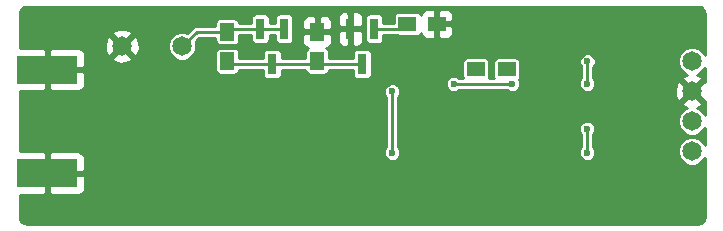
<source format=gbl>
G04 #@! TF.FileFunction,Copper,L2,Bot,Signal*
%FSLAX46Y46*%
G04 Gerber Fmt 4.6, Leading zero omitted, Abs format (unit mm)*
G04 Created by KiCad (PCBNEW 0.201511192131+6326~38~ubuntu14.04.1-stable) date Sun 22 Nov 2015 09:07:30 PM CST*
%MOMM*%
G01*
G04 APERTURE LIST*
%ADD10C,0.127000*%
%ADD11R,0.800100X1.800860*%
%ADD12R,1.250000X1.500000*%
%ADD13R,1.500000X1.250000*%
%ADD14C,0.711200*%
%ADD15R,0.889000X0.457200*%
%ADD16R,5.080000X2.413000*%
%ADD17C,1.651000*%
%ADD18R,1.501140X1.198880*%
%ADD19C,0.600000*%
%ADD20C,0.250000*%
%ADD21C,0.254000*%
G04 APERTURE END LIST*
D10*
D11*
X108220000Y-98828860D03*
X110220000Y-98828860D03*
X109220000Y-101831140D03*
D12*
X105410000Y-99080000D03*
X105410000Y-101580000D03*
X113030000Y-101580000D03*
X113030000Y-99080000D03*
D13*
X120670000Y-98425000D03*
X123170000Y-98425000D03*
D14*
X93599000Y-111061500D03*
D15*
X93154500Y-111061500D03*
D16*
X90170000Y-111061500D03*
X90170000Y-102298500D03*
D15*
X93154500Y-102298500D03*
D14*
X93599000Y-102298500D03*
D17*
X144780000Y-101600000D03*
X144780000Y-104140000D03*
X144780000Y-106680000D03*
X144780000Y-109220000D03*
D11*
X115840000Y-98828860D03*
X117840000Y-98828860D03*
X116840000Y-101831140D03*
D17*
X96520000Y-100330000D03*
X101600000Y-100330000D03*
D18*
X126461520Y-102235000D03*
X129062480Y-102235000D03*
D19*
X131953000Y-100330000D03*
X138430000Y-98552000D03*
X131953000Y-103378000D03*
X118745000Y-100965000D03*
X115824000Y-97409000D03*
X112395000Y-108585000D03*
X113665000Y-108585000D03*
X114935000Y-108585000D03*
X116205000Y-108585000D03*
X117475000Y-108585000D03*
X118745000Y-108585000D03*
X120015000Y-108585000D03*
X121285000Y-108585000D03*
X122555000Y-107950000D03*
X123190000Y-102235000D03*
X122555000Y-105410000D03*
X114935000Y-104775000D03*
X114935000Y-102743000D03*
X114935000Y-100838000D03*
X111252000Y-100838000D03*
X111252000Y-102743000D03*
X113030000Y-97409000D03*
X97155000Y-104775000D03*
X98425000Y-104775000D03*
X99695000Y-104775000D03*
X100965000Y-104775000D03*
X102235000Y-104775000D03*
X103505000Y-104775000D03*
X104775000Y-104775000D03*
X106045000Y-104775000D03*
X107315000Y-104775000D03*
X108585000Y-104775000D03*
X109855000Y-104775000D03*
X111125000Y-104775000D03*
X112395000Y-104775000D03*
X113665000Y-104775000D03*
X116205000Y-104775000D03*
X117475000Y-104775000D03*
X118745000Y-104775000D03*
X137795000Y-103505000D03*
X137795000Y-104902000D03*
X95250000Y-111125000D03*
X102870000Y-111125000D03*
X110490000Y-111125000D03*
X135890000Y-114935000D03*
X142875000Y-100330000D03*
X90170000Y-114300000D03*
X90170000Y-99060000D03*
X133985000Y-113030000D03*
X108585000Y-108585000D03*
X107315000Y-108585000D03*
X106045000Y-108585000D03*
X104775000Y-108585000D03*
X100965000Y-108585000D03*
X99695000Y-108585000D03*
X98425000Y-108585000D03*
X97155000Y-108585000D03*
X118110000Y-114935000D03*
X120650000Y-114935000D03*
X128270000Y-114935000D03*
X123190000Y-114935000D03*
X127762000Y-105283000D03*
X127762000Y-106807000D03*
X127000000Y-106045000D03*
X126238000Y-105283000D03*
X126238000Y-106807000D03*
X119380000Y-104140000D03*
X119380000Y-109347000D03*
X117840000Y-98828860D03*
X135890000Y-109347000D03*
X135890000Y-107315000D03*
X135910000Y-101600000D03*
X135890000Y-103505000D03*
X124587000Y-103505000D03*
X129540000Y-103505000D03*
X125984000Y-102489000D03*
X129413000Y-102489000D03*
D20*
X131953000Y-103378000D02*
X131953000Y-100330000D01*
X133731000Y-98552000D02*
X131953000Y-100330000D01*
X138430000Y-98552000D02*
X133731000Y-98552000D01*
X123170000Y-98425000D02*
X123170000Y-100310000D01*
X122515000Y-100965000D02*
X118745000Y-100965000D01*
X123170000Y-100310000D02*
X122515000Y-100965000D01*
X115840000Y-98828860D02*
X115840000Y-97425000D01*
X115840000Y-97425000D02*
X115824000Y-97409000D01*
X122555000Y-107950000D02*
X122555000Y-105410000D01*
X112395000Y-108585000D02*
X113665000Y-108585000D01*
X120015000Y-108585000D02*
X121285000Y-108585000D01*
X114935000Y-102743000D02*
X114935000Y-104775000D01*
X111125000Y-104775000D02*
X111252000Y-102743000D01*
X113030000Y-99080000D02*
X113030000Y-97409000D01*
X94678500Y-102298500D02*
X97155000Y-104775000D01*
X98425000Y-104775000D02*
X99695000Y-104775000D01*
X100965000Y-104775000D02*
X102235000Y-104775000D01*
X103505000Y-104775000D02*
X104775000Y-104775000D01*
X106045000Y-104775000D02*
X107315000Y-104775000D01*
X108585000Y-104775000D02*
X109855000Y-104775000D01*
X111125000Y-104775000D02*
X112395000Y-104775000D01*
X116205000Y-104775000D02*
X117475000Y-104775000D01*
X94678500Y-102298500D02*
X92710000Y-102298500D01*
X137795000Y-104902000D02*
X137795000Y-103505000D01*
X107315000Y-108585000D02*
X108585000Y-108585000D01*
X104775000Y-108585000D02*
X106045000Y-108585000D01*
X99695000Y-108585000D02*
X100965000Y-108585000D01*
X97155000Y-108585000D02*
X98425000Y-108585000D01*
X127000000Y-106045000D02*
X127762000Y-105283000D01*
X127000000Y-106045000D02*
X127762000Y-106807000D01*
X127000000Y-106045000D02*
X126238000Y-105283000D01*
X127000000Y-106045000D02*
X126238000Y-106807000D01*
X110220000Y-98828860D02*
X108220000Y-98828860D01*
X108220000Y-98828860D02*
X105661140Y-98828860D01*
X105661140Y-98828860D02*
X105410000Y-99080000D01*
X105410000Y-99080000D02*
X102850000Y-99080000D01*
X102850000Y-99080000D02*
X101600000Y-100330000D01*
X116840000Y-101831140D02*
X113281140Y-101831140D01*
X113281140Y-101831140D02*
X113030000Y-101580000D01*
X109220000Y-101831140D02*
X112778860Y-101831140D01*
X112778860Y-101831140D02*
X113030000Y-101580000D01*
X109220000Y-101831140D02*
X105661140Y-101831140D01*
X105661140Y-101831140D02*
X105410000Y-101580000D01*
X105661140Y-101831140D02*
X105410000Y-101580000D01*
X119380000Y-109347000D02*
X119380000Y-104140000D01*
X120398860Y-98828860D02*
X117840000Y-98828860D01*
X135890000Y-109347000D02*
X135890000Y-107315000D01*
X135890000Y-103505000D02*
X135890000Y-101620000D01*
X135890000Y-101620000D02*
X135910000Y-101600000D01*
X124587000Y-103505000D02*
X127000000Y-103505000D01*
X127000000Y-103505000D02*
X129540000Y-103505000D01*
D21*
G36*
X145498882Y-97026880D02*
X145677662Y-97146338D01*
X145797120Y-97325118D01*
X145848000Y-97580911D01*
X145848000Y-101025362D01*
X145803418Y-100917465D01*
X145464320Y-100577775D01*
X145021041Y-100393710D01*
X144541065Y-100393291D01*
X144097465Y-100576582D01*
X143757775Y-100915680D01*
X143573710Y-101358959D01*
X143573291Y-101838935D01*
X143756582Y-102282535D01*
X144095680Y-102622225D01*
X144345944Y-102726143D01*
X144010656Y-102865024D01*
X143933390Y-103113785D01*
X144780000Y-103960395D01*
X145626610Y-103113785D01*
X145549344Y-102865024D01*
X145191011Y-102735609D01*
X145462535Y-102623418D01*
X145802225Y-102284320D01*
X145848000Y-102174081D01*
X145848000Y-103306369D01*
X145806215Y-103293390D01*
X144959605Y-104140000D01*
X145806215Y-104986610D01*
X145848000Y-104973631D01*
X145848000Y-106105362D01*
X145803418Y-105997465D01*
X145464320Y-105657775D01*
X145214056Y-105553857D01*
X145549344Y-105414976D01*
X145626610Y-105166215D01*
X144780000Y-104319605D01*
X143933390Y-105166215D01*
X144010656Y-105414976D01*
X144368989Y-105544391D01*
X144097465Y-105656582D01*
X143757775Y-105995680D01*
X143573710Y-106438959D01*
X143573291Y-106918935D01*
X143756582Y-107362535D01*
X144095680Y-107702225D01*
X144538959Y-107886290D01*
X145018935Y-107886709D01*
X145462535Y-107703418D01*
X145802225Y-107364320D01*
X145848000Y-107254081D01*
X145848000Y-108645362D01*
X145803418Y-108537465D01*
X145464320Y-108197775D01*
X145021041Y-108013710D01*
X144541065Y-108013291D01*
X144097465Y-108196582D01*
X143757775Y-108535680D01*
X143573710Y-108978959D01*
X143573291Y-109458935D01*
X143756582Y-109902535D01*
X144095680Y-110242225D01*
X144538959Y-110426290D01*
X145018935Y-110426709D01*
X145462535Y-110243418D01*
X145802225Y-109904320D01*
X145848000Y-109794081D01*
X145848000Y-114763089D01*
X145797120Y-115018882D01*
X145677662Y-115197662D01*
X145498882Y-115317120D01*
X145243089Y-115368000D01*
X88436911Y-115368000D01*
X88181118Y-115317120D01*
X88002338Y-115197662D01*
X87882880Y-115018882D01*
X87832000Y-114763089D01*
X87832000Y-112903000D01*
X89884250Y-112903000D01*
X90043000Y-112744250D01*
X90043000Y-111188500D01*
X90297000Y-111188500D01*
X90297000Y-112744250D01*
X90455750Y-112903000D01*
X92836310Y-112903000D01*
X93069699Y-112806327D01*
X93248327Y-112627698D01*
X93345000Y-112394309D01*
X93345000Y-111347250D01*
X93186250Y-111188500D01*
X90297000Y-111188500D01*
X90043000Y-111188500D01*
X90023000Y-111188500D01*
X90023000Y-110934500D01*
X90043000Y-110934500D01*
X90043000Y-109378750D01*
X90297000Y-109378750D01*
X90297000Y-110934500D01*
X93186250Y-110934500D01*
X93345000Y-110775750D01*
X93345000Y-109728691D01*
X93248327Y-109495302D01*
X93069699Y-109316673D01*
X92836310Y-109220000D01*
X90455750Y-109220000D01*
X90297000Y-109378750D01*
X90043000Y-109378750D01*
X89884250Y-109220000D01*
X87832000Y-109220000D01*
X87832000Y-104274865D01*
X118698882Y-104274865D01*
X118802339Y-104525252D01*
X118874000Y-104597038D01*
X118874000Y-108889877D01*
X118803013Y-108960741D01*
X118699118Y-109210946D01*
X118698882Y-109481865D01*
X118802339Y-109732252D01*
X118993741Y-109923987D01*
X119243946Y-110027882D01*
X119514865Y-110028118D01*
X119765252Y-109924661D01*
X119956987Y-109733259D01*
X120060882Y-109483054D01*
X120061118Y-109212135D01*
X119957661Y-108961748D01*
X119886000Y-108889962D01*
X119886000Y-107449865D01*
X135208882Y-107449865D01*
X135312339Y-107700252D01*
X135384000Y-107772038D01*
X135384000Y-108889877D01*
X135313013Y-108960741D01*
X135209118Y-109210946D01*
X135208882Y-109481865D01*
X135312339Y-109732252D01*
X135503741Y-109923987D01*
X135753946Y-110027882D01*
X136024865Y-110028118D01*
X136275252Y-109924661D01*
X136466987Y-109733259D01*
X136570882Y-109483054D01*
X136571118Y-109212135D01*
X136467661Y-108961748D01*
X136396000Y-108889962D01*
X136396000Y-107772123D01*
X136466987Y-107701259D01*
X136570882Y-107451054D01*
X136571118Y-107180135D01*
X136467661Y-106929748D01*
X136276259Y-106738013D01*
X136026054Y-106634118D01*
X135755135Y-106633882D01*
X135504748Y-106737339D01*
X135313013Y-106928741D01*
X135209118Y-107178946D01*
X135208882Y-107449865D01*
X119886000Y-107449865D01*
X119886000Y-104597123D01*
X119956987Y-104526259D01*
X120060882Y-104276054D01*
X120061118Y-104005135D01*
X119957661Y-103754748D01*
X119842978Y-103639865D01*
X123905882Y-103639865D01*
X124009339Y-103890252D01*
X124200741Y-104081987D01*
X124450946Y-104185882D01*
X124721865Y-104186118D01*
X124972252Y-104082661D01*
X125044038Y-104011000D01*
X129082877Y-104011000D01*
X129153741Y-104081987D01*
X129403946Y-104185882D01*
X129674865Y-104186118D01*
X129925252Y-104082661D01*
X130116987Y-103891259D01*
X130220882Y-103641054D01*
X130220883Y-103639865D01*
X135208882Y-103639865D01*
X135312339Y-103890252D01*
X135503741Y-104081987D01*
X135753946Y-104185882D01*
X136024865Y-104186118D01*
X136275252Y-104082661D01*
X136441069Y-103917131D01*
X143307660Y-103917131D01*
X143334447Y-104497535D01*
X143505024Y-104909344D01*
X143753785Y-104986610D01*
X144600395Y-104140000D01*
X143753785Y-103293390D01*
X143505024Y-103370656D01*
X143307660Y-103917131D01*
X136441069Y-103917131D01*
X136466987Y-103891259D01*
X136570882Y-103641054D01*
X136571118Y-103370135D01*
X136467661Y-103119748D01*
X136396000Y-103047962D01*
X136396000Y-102077088D01*
X136486987Y-101986259D01*
X136590882Y-101736054D01*
X136591118Y-101465135D01*
X136487661Y-101214748D01*
X136296259Y-101023013D01*
X136046054Y-100919118D01*
X135775135Y-100918882D01*
X135524748Y-101022339D01*
X135333013Y-101213741D01*
X135229118Y-101463946D01*
X135228882Y-101734865D01*
X135332339Y-101985252D01*
X135384000Y-102037003D01*
X135384000Y-103047877D01*
X135313013Y-103118741D01*
X135209118Y-103368946D01*
X135208882Y-103639865D01*
X130220883Y-103639865D01*
X130221118Y-103370135D01*
X130117661Y-103119748D01*
X130094847Y-103096894D01*
X130170909Y-102985574D01*
X130201514Y-102834440D01*
X130201514Y-101635560D01*
X130174947Y-101494370D01*
X130091504Y-101364695D01*
X129964184Y-101277701D01*
X129813050Y-101247096D01*
X128311910Y-101247096D01*
X128170720Y-101273663D01*
X128041045Y-101357106D01*
X127954051Y-101484426D01*
X127923446Y-101635560D01*
X127923446Y-102834440D01*
X127950013Y-102975630D01*
X127965051Y-102999000D01*
X127560775Y-102999000D01*
X127569949Y-102985574D01*
X127600554Y-102834440D01*
X127600554Y-101635560D01*
X127573987Y-101494370D01*
X127490544Y-101364695D01*
X127363224Y-101277701D01*
X127212090Y-101247096D01*
X125710950Y-101247096D01*
X125569760Y-101273663D01*
X125440085Y-101357106D01*
X125353091Y-101484426D01*
X125322486Y-101635560D01*
X125322486Y-102306303D01*
X125303118Y-102352946D01*
X125302882Y-102623865D01*
X125322486Y-102671311D01*
X125322486Y-102834440D01*
X125349053Y-102975630D01*
X125364091Y-102999000D01*
X125044123Y-102999000D01*
X124973259Y-102928013D01*
X124723054Y-102824118D01*
X124452135Y-102823882D01*
X124201748Y-102927339D01*
X124010013Y-103118741D01*
X123906118Y-103368946D01*
X123905882Y-103639865D01*
X119842978Y-103639865D01*
X119766259Y-103563013D01*
X119516054Y-103459118D01*
X119245135Y-103458882D01*
X118994748Y-103562339D01*
X118803013Y-103753741D01*
X118699118Y-104003946D01*
X118698882Y-104274865D01*
X87832000Y-104274865D01*
X87832000Y-104140000D01*
X89884250Y-104140000D01*
X90043000Y-103981250D01*
X90043000Y-102425500D01*
X90297000Y-102425500D01*
X90297000Y-103981250D01*
X90455750Y-104140000D01*
X92836310Y-104140000D01*
X93069699Y-104043327D01*
X93248327Y-103864698D01*
X93345000Y-103631309D01*
X93345000Y-102584250D01*
X93186250Y-102425500D01*
X90297000Y-102425500D01*
X90043000Y-102425500D01*
X90023000Y-102425500D01*
X90023000Y-102171500D01*
X90043000Y-102171500D01*
X90043000Y-100615750D01*
X90297000Y-100615750D01*
X90297000Y-102171500D01*
X93186250Y-102171500D01*
X93345000Y-102012750D01*
X93345000Y-101356215D01*
X95673390Y-101356215D01*
X95750656Y-101604976D01*
X96297131Y-101802340D01*
X96877535Y-101775553D01*
X97289344Y-101604976D01*
X97366610Y-101356215D01*
X96520000Y-100509605D01*
X95673390Y-101356215D01*
X93345000Y-101356215D01*
X93345000Y-100965691D01*
X93248327Y-100732302D01*
X93069699Y-100553673D01*
X92836310Y-100457000D01*
X90455750Y-100457000D01*
X90297000Y-100615750D01*
X90043000Y-100615750D01*
X89884250Y-100457000D01*
X87832000Y-100457000D01*
X87832000Y-100107131D01*
X95047660Y-100107131D01*
X95074447Y-100687535D01*
X95245024Y-101099344D01*
X95493785Y-101176610D01*
X96340395Y-100330000D01*
X96699605Y-100330000D01*
X97546215Y-101176610D01*
X97794976Y-101099344D01*
X97986537Y-100568935D01*
X100393291Y-100568935D01*
X100576582Y-101012535D01*
X100915680Y-101352225D01*
X101358959Y-101536290D01*
X101838935Y-101536709D01*
X102282535Y-101353418D01*
X102622225Y-101014320D01*
X102698761Y-100830000D01*
X104396536Y-100830000D01*
X104396536Y-102330000D01*
X104423103Y-102471190D01*
X104506546Y-102600865D01*
X104633866Y-102687859D01*
X104785000Y-102718464D01*
X106035000Y-102718464D01*
X106176190Y-102691897D01*
X106305865Y-102608454D01*
X106392859Y-102481134D01*
X106422018Y-102337140D01*
X108431486Y-102337140D01*
X108431486Y-102731570D01*
X108458053Y-102872760D01*
X108541496Y-103002435D01*
X108668816Y-103089429D01*
X108819950Y-103120034D01*
X109620050Y-103120034D01*
X109761240Y-103093467D01*
X109890915Y-103010024D01*
X109977909Y-102882704D01*
X110008514Y-102731570D01*
X110008514Y-102337140D01*
X112017879Y-102337140D01*
X112043103Y-102471190D01*
X112126546Y-102600865D01*
X112253866Y-102687859D01*
X112405000Y-102718464D01*
X113655000Y-102718464D01*
X113796190Y-102691897D01*
X113925865Y-102608454D01*
X114012859Y-102481134D01*
X114042018Y-102337140D01*
X116051486Y-102337140D01*
X116051486Y-102731570D01*
X116078053Y-102872760D01*
X116161496Y-103002435D01*
X116288816Y-103089429D01*
X116439950Y-103120034D01*
X117240050Y-103120034D01*
X117381240Y-103093467D01*
X117510915Y-103010024D01*
X117597909Y-102882704D01*
X117628514Y-102731570D01*
X117628514Y-100930710D01*
X117601947Y-100789520D01*
X117518504Y-100659845D01*
X117391184Y-100572851D01*
X117240050Y-100542246D01*
X116439950Y-100542246D01*
X116298760Y-100568813D01*
X116169085Y-100652256D01*
X116082091Y-100779576D01*
X116051486Y-100930710D01*
X116051486Y-101325140D01*
X114043464Y-101325140D01*
X114043464Y-100830000D01*
X114016897Y-100688810D01*
X113933454Y-100559135D01*
X113806134Y-100472141D01*
X113770870Y-100465000D01*
X113781310Y-100465000D01*
X114014699Y-100368327D01*
X114193327Y-100189698D01*
X114290000Y-99956309D01*
X114290000Y-99365750D01*
X114131250Y-99207000D01*
X113157000Y-99207000D01*
X113157000Y-99227000D01*
X112903000Y-99227000D01*
X112903000Y-99207000D01*
X111928750Y-99207000D01*
X111770000Y-99365750D01*
X111770000Y-99956309D01*
X111866673Y-100189698D01*
X112045301Y-100368327D01*
X112278690Y-100465000D01*
X112280301Y-100465000D01*
X112263810Y-100468103D01*
X112134135Y-100551546D01*
X112047141Y-100678866D01*
X112016536Y-100830000D01*
X112016536Y-101325140D01*
X110008514Y-101325140D01*
X110008514Y-100930710D01*
X109981947Y-100789520D01*
X109898504Y-100659845D01*
X109771184Y-100572851D01*
X109620050Y-100542246D01*
X108819950Y-100542246D01*
X108678760Y-100568813D01*
X108549085Y-100652256D01*
X108462091Y-100779576D01*
X108431486Y-100930710D01*
X108431486Y-101325140D01*
X106423464Y-101325140D01*
X106423464Y-100830000D01*
X106396897Y-100688810D01*
X106313454Y-100559135D01*
X106186134Y-100472141D01*
X106035000Y-100441536D01*
X104785000Y-100441536D01*
X104643810Y-100468103D01*
X104514135Y-100551546D01*
X104427141Y-100678866D01*
X104396536Y-100830000D01*
X102698761Y-100830000D01*
X102806290Y-100571041D01*
X102806709Y-100091065D01*
X102732976Y-99912616D01*
X103059592Y-99586000D01*
X104396536Y-99586000D01*
X104396536Y-99830000D01*
X104423103Y-99971190D01*
X104506546Y-100100865D01*
X104633866Y-100187859D01*
X104785000Y-100218464D01*
X106035000Y-100218464D01*
X106176190Y-100191897D01*
X106305865Y-100108454D01*
X106392859Y-99981134D01*
X106423464Y-99830000D01*
X106423464Y-99334860D01*
X107431486Y-99334860D01*
X107431486Y-99729290D01*
X107458053Y-99870480D01*
X107541496Y-100000155D01*
X107668816Y-100087149D01*
X107819950Y-100117754D01*
X108620050Y-100117754D01*
X108761240Y-100091187D01*
X108890915Y-100007744D01*
X108977909Y-99880424D01*
X109008514Y-99729290D01*
X109008514Y-99334860D01*
X109431486Y-99334860D01*
X109431486Y-99729290D01*
X109458053Y-99870480D01*
X109541496Y-100000155D01*
X109668816Y-100087149D01*
X109819950Y-100117754D01*
X110620050Y-100117754D01*
X110761240Y-100091187D01*
X110890915Y-100007744D01*
X110977909Y-99880424D01*
X111008514Y-99729290D01*
X111008514Y-99114610D01*
X114804950Y-99114610D01*
X114804950Y-99855600D01*
X114901623Y-100088989D01*
X115080252Y-100267617D01*
X115313641Y-100364290D01*
X115554250Y-100364290D01*
X115713000Y-100205540D01*
X115713000Y-98955860D01*
X115967000Y-98955860D01*
X115967000Y-100205540D01*
X116125750Y-100364290D01*
X116366359Y-100364290D01*
X116599748Y-100267617D01*
X116778377Y-100088989D01*
X116875050Y-99855600D01*
X116875050Y-99114610D01*
X116716300Y-98955860D01*
X115967000Y-98955860D01*
X115713000Y-98955860D01*
X114963700Y-98955860D01*
X114804950Y-99114610D01*
X111008514Y-99114610D01*
X111008514Y-98203691D01*
X111770000Y-98203691D01*
X111770000Y-98794250D01*
X111928750Y-98953000D01*
X112903000Y-98953000D01*
X112903000Y-97853750D01*
X113157000Y-97853750D01*
X113157000Y-98953000D01*
X114131250Y-98953000D01*
X114290000Y-98794250D01*
X114290000Y-98203691D01*
X114193327Y-97970302D01*
X114025146Y-97802120D01*
X114804950Y-97802120D01*
X114804950Y-98543110D01*
X114963700Y-98701860D01*
X115713000Y-98701860D01*
X115713000Y-97452180D01*
X115967000Y-97452180D01*
X115967000Y-98701860D01*
X116716300Y-98701860D01*
X116875050Y-98543110D01*
X116875050Y-97928430D01*
X117051486Y-97928430D01*
X117051486Y-99729290D01*
X117078053Y-99870480D01*
X117161496Y-100000155D01*
X117288816Y-100087149D01*
X117439950Y-100117754D01*
X118240050Y-100117754D01*
X118381240Y-100091187D01*
X118510915Y-100007744D01*
X118597909Y-99880424D01*
X118628514Y-99729290D01*
X118628514Y-99334860D01*
X119662028Y-99334860D01*
X119768866Y-99407859D01*
X119920000Y-99438464D01*
X121420000Y-99438464D01*
X121561190Y-99411897D01*
X121690865Y-99328454D01*
X121777859Y-99201134D01*
X121785000Y-99165870D01*
X121785000Y-99176310D01*
X121881673Y-99409699D01*
X122060302Y-99588327D01*
X122293691Y-99685000D01*
X122884250Y-99685000D01*
X123043000Y-99526250D01*
X123043000Y-98552000D01*
X123297000Y-98552000D01*
X123297000Y-99526250D01*
X123455750Y-99685000D01*
X124046309Y-99685000D01*
X124279698Y-99588327D01*
X124458327Y-99409699D01*
X124555000Y-99176310D01*
X124555000Y-98710750D01*
X124396250Y-98552000D01*
X123297000Y-98552000D01*
X123043000Y-98552000D01*
X123023000Y-98552000D01*
X123023000Y-98298000D01*
X123043000Y-98298000D01*
X123043000Y-97323750D01*
X123297000Y-97323750D01*
X123297000Y-98298000D01*
X124396250Y-98298000D01*
X124555000Y-98139250D01*
X124555000Y-97673690D01*
X124458327Y-97440301D01*
X124279698Y-97261673D01*
X124046309Y-97165000D01*
X123455750Y-97165000D01*
X123297000Y-97323750D01*
X123043000Y-97323750D01*
X122884250Y-97165000D01*
X122293691Y-97165000D01*
X122060302Y-97261673D01*
X121881673Y-97440301D01*
X121785000Y-97673690D01*
X121785000Y-97675301D01*
X121781897Y-97658810D01*
X121698454Y-97529135D01*
X121571134Y-97442141D01*
X121420000Y-97411536D01*
X119920000Y-97411536D01*
X119778810Y-97438103D01*
X119649135Y-97521546D01*
X119562141Y-97648866D01*
X119531536Y-97800000D01*
X119531536Y-98322860D01*
X118628514Y-98322860D01*
X118628514Y-97928430D01*
X118601947Y-97787240D01*
X118518504Y-97657565D01*
X118391184Y-97570571D01*
X118240050Y-97539966D01*
X117439950Y-97539966D01*
X117298760Y-97566533D01*
X117169085Y-97649976D01*
X117082091Y-97777296D01*
X117051486Y-97928430D01*
X116875050Y-97928430D01*
X116875050Y-97802120D01*
X116778377Y-97568731D01*
X116599748Y-97390103D01*
X116366359Y-97293430D01*
X116125750Y-97293430D01*
X115967000Y-97452180D01*
X115713000Y-97452180D01*
X115554250Y-97293430D01*
X115313641Y-97293430D01*
X115080252Y-97390103D01*
X114901623Y-97568731D01*
X114804950Y-97802120D01*
X114025146Y-97802120D01*
X114014699Y-97791673D01*
X113781310Y-97695000D01*
X113315750Y-97695000D01*
X113157000Y-97853750D01*
X112903000Y-97853750D01*
X112744250Y-97695000D01*
X112278690Y-97695000D01*
X112045301Y-97791673D01*
X111866673Y-97970302D01*
X111770000Y-98203691D01*
X111008514Y-98203691D01*
X111008514Y-97928430D01*
X110981947Y-97787240D01*
X110898504Y-97657565D01*
X110771184Y-97570571D01*
X110620050Y-97539966D01*
X109819950Y-97539966D01*
X109678760Y-97566533D01*
X109549085Y-97649976D01*
X109462091Y-97777296D01*
X109431486Y-97928430D01*
X109431486Y-98322860D01*
X109008514Y-98322860D01*
X109008514Y-97928430D01*
X108981947Y-97787240D01*
X108898504Y-97657565D01*
X108771184Y-97570571D01*
X108620050Y-97539966D01*
X107819950Y-97539966D01*
X107678760Y-97566533D01*
X107549085Y-97649976D01*
X107462091Y-97777296D01*
X107431486Y-97928430D01*
X107431486Y-98322860D01*
X106422121Y-98322860D01*
X106396897Y-98188810D01*
X106313454Y-98059135D01*
X106186134Y-97972141D01*
X106035000Y-97941536D01*
X104785000Y-97941536D01*
X104643810Y-97968103D01*
X104514135Y-98051546D01*
X104427141Y-98178866D01*
X104396536Y-98330000D01*
X104396536Y-98574000D01*
X102850000Y-98574000D01*
X102656362Y-98612517D01*
X102492204Y-98722204D01*
X102017448Y-99196960D01*
X101841041Y-99123710D01*
X101361065Y-99123291D01*
X100917465Y-99306582D01*
X100577775Y-99645680D01*
X100393710Y-100088959D01*
X100393291Y-100568935D01*
X97986537Y-100568935D01*
X97992340Y-100552869D01*
X97965553Y-99972465D01*
X97794976Y-99560656D01*
X97546215Y-99483390D01*
X96699605Y-100330000D01*
X96340395Y-100330000D01*
X95493785Y-99483390D01*
X95245024Y-99560656D01*
X95047660Y-100107131D01*
X87832000Y-100107131D01*
X87832000Y-99303785D01*
X95673390Y-99303785D01*
X96520000Y-100150395D01*
X97366610Y-99303785D01*
X97289344Y-99055024D01*
X96742869Y-98857660D01*
X96162465Y-98884447D01*
X95750656Y-99055024D01*
X95673390Y-99303785D01*
X87832000Y-99303785D01*
X87832000Y-97580911D01*
X87882880Y-97325118D01*
X88002338Y-97146338D01*
X88181118Y-97026880D01*
X88436911Y-96976000D01*
X145243089Y-96976000D01*
X145498882Y-97026880D01*
X145498882Y-97026880D01*
G37*
X145498882Y-97026880D02*
X145677662Y-97146338D01*
X145797120Y-97325118D01*
X145848000Y-97580911D01*
X145848000Y-101025362D01*
X145803418Y-100917465D01*
X145464320Y-100577775D01*
X145021041Y-100393710D01*
X144541065Y-100393291D01*
X144097465Y-100576582D01*
X143757775Y-100915680D01*
X143573710Y-101358959D01*
X143573291Y-101838935D01*
X143756582Y-102282535D01*
X144095680Y-102622225D01*
X144345944Y-102726143D01*
X144010656Y-102865024D01*
X143933390Y-103113785D01*
X144780000Y-103960395D01*
X145626610Y-103113785D01*
X145549344Y-102865024D01*
X145191011Y-102735609D01*
X145462535Y-102623418D01*
X145802225Y-102284320D01*
X145848000Y-102174081D01*
X145848000Y-103306369D01*
X145806215Y-103293390D01*
X144959605Y-104140000D01*
X145806215Y-104986610D01*
X145848000Y-104973631D01*
X145848000Y-106105362D01*
X145803418Y-105997465D01*
X145464320Y-105657775D01*
X145214056Y-105553857D01*
X145549344Y-105414976D01*
X145626610Y-105166215D01*
X144780000Y-104319605D01*
X143933390Y-105166215D01*
X144010656Y-105414976D01*
X144368989Y-105544391D01*
X144097465Y-105656582D01*
X143757775Y-105995680D01*
X143573710Y-106438959D01*
X143573291Y-106918935D01*
X143756582Y-107362535D01*
X144095680Y-107702225D01*
X144538959Y-107886290D01*
X145018935Y-107886709D01*
X145462535Y-107703418D01*
X145802225Y-107364320D01*
X145848000Y-107254081D01*
X145848000Y-108645362D01*
X145803418Y-108537465D01*
X145464320Y-108197775D01*
X145021041Y-108013710D01*
X144541065Y-108013291D01*
X144097465Y-108196582D01*
X143757775Y-108535680D01*
X143573710Y-108978959D01*
X143573291Y-109458935D01*
X143756582Y-109902535D01*
X144095680Y-110242225D01*
X144538959Y-110426290D01*
X145018935Y-110426709D01*
X145462535Y-110243418D01*
X145802225Y-109904320D01*
X145848000Y-109794081D01*
X145848000Y-114763089D01*
X145797120Y-115018882D01*
X145677662Y-115197662D01*
X145498882Y-115317120D01*
X145243089Y-115368000D01*
X88436911Y-115368000D01*
X88181118Y-115317120D01*
X88002338Y-115197662D01*
X87882880Y-115018882D01*
X87832000Y-114763089D01*
X87832000Y-112903000D01*
X89884250Y-112903000D01*
X90043000Y-112744250D01*
X90043000Y-111188500D01*
X90297000Y-111188500D01*
X90297000Y-112744250D01*
X90455750Y-112903000D01*
X92836310Y-112903000D01*
X93069699Y-112806327D01*
X93248327Y-112627698D01*
X93345000Y-112394309D01*
X93345000Y-111347250D01*
X93186250Y-111188500D01*
X90297000Y-111188500D01*
X90043000Y-111188500D01*
X90023000Y-111188500D01*
X90023000Y-110934500D01*
X90043000Y-110934500D01*
X90043000Y-109378750D01*
X90297000Y-109378750D01*
X90297000Y-110934500D01*
X93186250Y-110934500D01*
X93345000Y-110775750D01*
X93345000Y-109728691D01*
X93248327Y-109495302D01*
X93069699Y-109316673D01*
X92836310Y-109220000D01*
X90455750Y-109220000D01*
X90297000Y-109378750D01*
X90043000Y-109378750D01*
X89884250Y-109220000D01*
X87832000Y-109220000D01*
X87832000Y-104274865D01*
X118698882Y-104274865D01*
X118802339Y-104525252D01*
X118874000Y-104597038D01*
X118874000Y-108889877D01*
X118803013Y-108960741D01*
X118699118Y-109210946D01*
X118698882Y-109481865D01*
X118802339Y-109732252D01*
X118993741Y-109923987D01*
X119243946Y-110027882D01*
X119514865Y-110028118D01*
X119765252Y-109924661D01*
X119956987Y-109733259D01*
X120060882Y-109483054D01*
X120061118Y-109212135D01*
X119957661Y-108961748D01*
X119886000Y-108889962D01*
X119886000Y-107449865D01*
X135208882Y-107449865D01*
X135312339Y-107700252D01*
X135384000Y-107772038D01*
X135384000Y-108889877D01*
X135313013Y-108960741D01*
X135209118Y-109210946D01*
X135208882Y-109481865D01*
X135312339Y-109732252D01*
X135503741Y-109923987D01*
X135753946Y-110027882D01*
X136024865Y-110028118D01*
X136275252Y-109924661D01*
X136466987Y-109733259D01*
X136570882Y-109483054D01*
X136571118Y-109212135D01*
X136467661Y-108961748D01*
X136396000Y-108889962D01*
X136396000Y-107772123D01*
X136466987Y-107701259D01*
X136570882Y-107451054D01*
X136571118Y-107180135D01*
X136467661Y-106929748D01*
X136276259Y-106738013D01*
X136026054Y-106634118D01*
X135755135Y-106633882D01*
X135504748Y-106737339D01*
X135313013Y-106928741D01*
X135209118Y-107178946D01*
X135208882Y-107449865D01*
X119886000Y-107449865D01*
X119886000Y-104597123D01*
X119956987Y-104526259D01*
X120060882Y-104276054D01*
X120061118Y-104005135D01*
X119957661Y-103754748D01*
X119842978Y-103639865D01*
X123905882Y-103639865D01*
X124009339Y-103890252D01*
X124200741Y-104081987D01*
X124450946Y-104185882D01*
X124721865Y-104186118D01*
X124972252Y-104082661D01*
X125044038Y-104011000D01*
X129082877Y-104011000D01*
X129153741Y-104081987D01*
X129403946Y-104185882D01*
X129674865Y-104186118D01*
X129925252Y-104082661D01*
X130116987Y-103891259D01*
X130220882Y-103641054D01*
X130220883Y-103639865D01*
X135208882Y-103639865D01*
X135312339Y-103890252D01*
X135503741Y-104081987D01*
X135753946Y-104185882D01*
X136024865Y-104186118D01*
X136275252Y-104082661D01*
X136441069Y-103917131D01*
X143307660Y-103917131D01*
X143334447Y-104497535D01*
X143505024Y-104909344D01*
X143753785Y-104986610D01*
X144600395Y-104140000D01*
X143753785Y-103293390D01*
X143505024Y-103370656D01*
X143307660Y-103917131D01*
X136441069Y-103917131D01*
X136466987Y-103891259D01*
X136570882Y-103641054D01*
X136571118Y-103370135D01*
X136467661Y-103119748D01*
X136396000Y-103047962D01*
X136396000Y-102077088D01*
X136486987Y-101986259D01*
X136590882Y-101736054D01*
X136591118Y-101465135D01*
X136487661Y-101214748D01*
X136296259Y-101023013D01*
X136046054Y-100919118D01*
X135775135Y-100918882D01*
X135524748Y-101022339D01*
X135333013Y-101213741D01*
X135229118Y-101463946D01*
X135228882Y-101734865D01*
X135332339Y-101985252D01*
X135384000Y-102037003D01*
X135384000Y-103047877D01*
X135313013Y-103118741D01*
X135209118Y-103368946D01*
X135208882Y-103639865D01*
X130220883Y-103639865D01*
X130221118Y-103370135D01*
X130117661Y-103119748D01*
X130094847Y-103096894D01*
X130170909Y-102985574D01*
X130201514Y-102834440D01*
X130201514Y-101635560D01*
X130174947Y-101494370D01*
X130091504Y-101364695D01*
X129964184Y-101277701D01*
X129813050Y-101247096D01*
X128311910Y-101247096D01*
X128170720Y-101273663D01*
X128041045Y-101357106D01*
X127954051Y-101484426D01*
X127923446Y-101635560D01*
X127923446Y-102834440D01*
X127950013Y-102975630D01*
X127965051Y-102999000D01*
X127560775Y-102999000D01*
X127569949Y-102985574D01*
X127600554Y-102834440D01*
X127600554Y-101635560D01*
X127573987Y-101494370D01*
X127490544Y-101364695D01*
X127363224Y-101277701D01*
X127212090Y-101247096D01*
X125710950Y-101247096D01*
X125569760Y-101273663D01*
X125440085Y-101357106D01*
X125353091Y-101484426D01*
X125322486Y-101635560D01*
X125322486Y-102306303D01*
X125303118Y-102352946D01*
X125302882Y-102623865D01*
X125322486Y-102671311D01*
X125322486Y-102834440D01*
X125349053Y-102975630D01*
X125364091Y-102999000D01*
X125044123Y-102999000D01*
X124973259Y-102928013D01*
X124723054Y-102824118D01*
X124452135Y-102823882D01*
X124201748Y-102927339D01*
X124010013Y-103118741D01*
X123906118Y-103368946D01*
X123905882Y-103639865D01*
X119842978Y-103639865D01*
X119766259Y-103563013D01*
X119516054Y-103459118D01*
X119245135Y-103458882D01*
X118994748Y-103562339D01*
X118803013Y-103753741D01*
X118699118Y-104003946D01*
X118698882Y-104274865D01*
X87832000Y-104274865D01*
X87832000Y-104140000D01*
X89884250Y-104140000D01*
X90043000Y-103981250D01*
X90043000Y-102425500D01*
X90297000Y-102425500D01*
X90297000Y-103981250D01*
X90455750Y-104140000D01*
X92836310Y-104140000D01*
X93069699Y-104043327D01*
X93248327Y-103864698D01*
X93345000Y-103631309D01*
X93345000Y-102584250D01*
X93186250Y-102425500D01*
X90297000Y-102425500D01*
X90043000Y-102425500D01*
X90023000Y-102425500D01*
X90023000Y-102171500D01*
X90043000Y-102171500D01*
X90043000Y-100615750D01*
X90297000Y-100615750D01*
X90297000Y-102171500D01*
X93186250Y-102171500D01*
X93345000Y-102012750D01*
X93345000Y-101356215D01*
X95673390Y-101356215D01*
X95750656Y-101604976D01*
X96297131Y-101802340D01*
X96877535Y-101775553D01*
X97289344Y-101604976D01*
X97366610Y-101356215D01*
X96520000Y-100509605D01*
X95673390Y-101356215D01*
X93345000Y-101356215D01*
X93345000Y-100965691D01*
X93248327Y-100732302D01*
X93069699Y-100553673D01*
X92836310Y-100457000D01*
X90455750Y-100457000D01*
X90297000Y-100615750D01*
X90043000Y-100615750D01*
X89884250Y-100457000D01*
X87832000Y-100457000D01*
X87832000Y-100107131D01*
X95047660Y-100107131D01*
X95074447Y-100687535D01*
X95245024Y-101099344D01*
X95493785Y-101176610D01*
X96340395Y-100330000D01*
X96699605Y-100330000D01*
X97546215Y-101176610D01*
X97794976Y-101099344D01*
X97986537Y-100568935D01*
X100393291Y-100568935D01*
X100576582Y-101012535D01*
X100915680Y-101352225D01*
X101358959Y-101536290D01*
X101838935Y-101536709D01*
X102282535Y-101353418D01*
X102622225Y-101014320D01*
X102698761Y-100830000D01*
X104396536Y-100830000D01*
X104396536Y-102330000D01*
X104423103Y-102471190D01*
X104506546Y-102600865D01*
X104633866Y-102687859D01*
X104785000Y-102718464D01*
X106035000Y-102718464D01*
X106176190Y-102691897D01*
X106305865Y-102608454D01*
X106392859Y-102481134D01*
X106422018Y-102337140D01*
X108431486Y-102337140D01*
X108431486Y-102731570D01*
X108458053Y-102872760D01*
X108541496Y-103002435D01*
X108668816Y-103089429D01*
X108819950Y-103120034D01*
X109620050Y-103120034D01*
X109761240Y-103093467D01*
X109890915Y-103010024D01*
X109977909Y-102882704D01*
X110008514Y-102731570D01*
X110008514Y-102337140D01*
X112017879Y-102337140D01*
X112043103Y-102471190D01*
X112126546Y-102600865D01*
X112253866Y-102687859D01*
X112405000Y-102718464D01*
X113655000Y-102718464D01*
X113796190Y-102691897D01*
X113925865Y-102608454D01*
X114012859Y-102481134D01*
X114042018Y-102337140D01*
X116051486Y-102337140D01*
X116051486Y-102731570D01*
X116078053Y-102872760D01*
X116161496Y-103002435D01*
X116288816Y-103089429D01*
X116439950Y-103120034D01*
X117240050Y-103120034D01*
X117381240Y-103093467D01*
X117510915Y-103010024D01*
X117597909Y-102882704D01*
X117628514Y-102731570D01*
X117628514Y-100930710D01*
X117601947Y-100789520D01*
X117518504Y-100659845D01*
X117391184Y-100572851D01*
X117240050Y-100542246D01*
X116439950Y-100542246D01*
X116298760Y-100568813D01*
X116169085Y-100652256D01*
X116082091Y-100779576D01*
X116051486Y-100930710D01*
X116051486Y-101325140D01*
X114043464Y-101325140D01*
X114043464Y-100830000D01*
X114016897Y-100688810D01*
X113933454Y-100559135D01*
X113806134Y-100472141D01*
X113770870Y-100465000D01*
X113781310Y-100465000D01*
X114014699Y-100368327D01*
X114193327Y-100189698D01*
X114290000Y-99956309D01*
X114290000Y-99365750D01*
X114131250Y-99207000D01*
X113157000Y-99207000D01*
X113157000Y-99227000D01*
X112903000Y-99227000D01*
X112903000Y-99207000D01*
X111928750Y-99207000D01*
X111770000Y-99365750D01*
X111770000Y-99956309D01*
X111866673Y-100189698D01*
X112045301Y-100368327D01*
X112278690Y-100465000D01*
X112280301Y-100465000D01*
X112263810Y-100468103D01*
X112134135Y-100551546D01*
X112047141Y-100678866D01*
X112016536Y-100830000D01*
X112016536Y-101325140D01*
X110008514Y-101325140D01*
X110008514Y-100930710D01*
X109981947Y-100789520D01*
X109898504Y-100659845D01*
X109771184Y-100572851D01*
X109620050Y-100542246D01*
X108819950Y-100542246D01*
X108678760Y-100568813D01*
X108549085Y-100652256D01*
X108462091Y-100779576D01*
X108431486Y-100930710D01*
X108431486Y-101325140D01*
X106423464Y-101325140D01*
X106423464Y-100830000D01*
X106396897Y-100688810D01*
X106313454Y-100559135D01*
X106186134Y-100472141D01*
X106035000Y-100441536D01*
X104785000Y-100441536D01*
X104643810Y-100468103D01*
X104514135Y-100551546D01*
X104427141Y-100678866D01*
X104396536Y-100830000D01*
X102698761Y-100830000D01*
X102806290Y-100571041D01*
X102806709Y-100091065D01*
X102732976Y-99912616D01*
X103059592Y-99586000D01*
X104396536Y-99586000D01*
X104396536Y-99830000D01*
X104423103Y-99971190D01*
X104506546Y-100100865D01*
X104633866Y-100187859D01*
X104785000Y-100218464D01*
X106035000Y-100218464D01*
X106176190Y-100191897D01*
X106305865Y-100108454D01*
X106392859Y-99981134D01*
X106423464Y-99830000D01*
X106423464Y-99334860D01*
X107431486Y-99334860D01*
X107431486Y-99729290D01*
X107458053Y-99870480D01*
X107541496Y-100000155D01*
X107668816Y-100087149D01*
X107819950Y-100117754D01*
X108620050Y-100117754D01*
X108761240Y-100091187D01*
X108890915Y-100007744D01*
X108977909Y-99880424D01*
X109008514Y-99729290D01*
X109008514Y-99334860D01*
X109431486Y-99334860D01*
X109431486Y-99729290D01*
X109458053Y-99870480D01*
X109541496Y-100000155D01*
X109668816Y-100087149D01*
X109819950Y-100117754D01*
X110620050Y-100117754D01*
X110761240Y-100091187D01*
X110890915Y-100007744D01*
X110977909Y-99880424D01*
X111008514Y-99729290D01*
X111008514Y-99114610D01*
X114804950Y-99114610D01*
X114804950Y-99855600D01*
X114901623Y-100088989D01*
X115080252Y-100267617D01*
X115313641Y-100364290D01*
X115554250Y-100364290D01*
X115713000Y-100205540D01*
X115713000Y-98955860D01*
X115967000Y-98955860D01*
X115967000Y-100205540D01*
X116125750Y-100364290D01*
X116366359Y-100364290D01*
X116599748Y-100267617D01*
X116778377Y-100088989D01*
X116875050Y-99855600D01*
X116875050Y-99114610D01*
X116716300Y-98955860D01*
X115967000Y-98955860D01*
X115713000Y-98955860D01*
X114963700Y-98955860D01*
X114804950Y-99114610D01*
X111008514Y-99114610D01*
X111008514Y-98203691D01*
X111770000Y-98203691D01*
X111770000Y-98794250D01*
X111928750Y-98953000D01*
X112903000Y-98953000D01*
X112903000Y-97853750D01*
X113157000Y-97853750D01*
X113157000Y-98953000D01*
X114131250Y-98953000D01*
X114290000Y-98794250D01*
X114290000Y-98203691D01*
X114193327Y-97970302D01*
X114025146Y-97802120D01*
X114804950Y-97802120D01*
X114804950Y-98543110D01*
X114963700Y-98701860D01*
X115713000Y-98701860D01*
X115713000Y-97452180D01*
X115967000Y-97452180D01*
X115967000Y-98701860D01*
X116716300Y-98701860D01*
X116875050Y-98543110D01*
X116875050Y-97928430D01*
X117051486Y-97928430D01*
X117051486Y-99729290D01*
X117078053Y-99870480D01*
X117161496Y-100000155D01*
X117288816Y-100087149D01*
X117439950Y-100117754D01*
X118240050Y-100117754D01*
X118381240Y-100091187D01*
X118510915Y-100007744D01*
X118597909Y-99880424D01*
X118628514Y-99729290D01*
X118628514Y-99334860D01*
X119662028Y-99334860D01*
X119768866Y-99407859D01*
X119920000Y-99438464D01*
X121420000Y-99438464D01*
X121561190Y-99411897D01*
X121690865Y-99328454D01*
X121777859Y-99201134D01*
X121785000Y-99165870D01*
X121785000Y-99176310D01*
X121881673Y-99409699D01*
X122060302Y-99588327D01*
X122293691Y-99685000D01*
X122884250Y-99685000D01*
X123043000Y-99526250D01*
X123043000Y-98552000D01*
X123297000Y-98552000D01*
X123297000Y-99526250D01*
X123455750Y-99685000D01*
X124046309Y-99685000D01*
X124279698Y-99588327D01*
X124458327Y-99409699D01*
X124555000Y-99176310D01*
X124555000Y-98710750D01*
X124396250Y-98552000D01*
X123297000Y-98552000D01*
X123043000Y-98552000D01*
X123023000Y-98552000D01*
X123023000Y-98298000D01*
X123043000Y-98298000D01*
X123043000Y-97323750D01*
X123297000Y-97323750D01*
X123297000Y-98298000D01*
X124396250Y-98298000D01*
X124555000Y-98139250D01*
X124555000Y-97673690D01*
X124458327Y-97440301D01*
X124279698Y-97261673D01*
X124046309Y-97165000D01*
X123455750Y-97165000D01*
X123297000Y-97323750D01*
X123043000Y-97323750D01*
X122884250Y-97165000D01*
X122293691Y-97165000D01*
X122060302Y-97261673D01*
X121881673Y-97440301D01*
X121785000Y-97673690D01*
X121785000Y-97675301D01*
X121781897Y-97658810D01*
X121698454Y-97529135D01*
X121571134Y-97442141D01*
X121420000Y-97411536D01*
X119920000Y-97411536D01*
X119778810Y-97438103D01*
X119649135Y-97521546D01*
X119562141Y-97648866D01*
X119531536Y-97800000D01*
X119531536Y-98322860D01*
X118628514Y-98322860D01*
X118628514Y-97928430D01*
X118601947Y-97787240D01*
X118518504Y-97657565D01*
X118391184Y-97570571D01*
X118240050Y-97539966D01*
X117439950Y-97539966D01*
X117298760Y-97566533D01*
X117169085Y-97649976D01*
X117082091Y-97777296D01*
X117051486Y-97928430D01*
X116875050Y-97928430D01*
X116875050Y-97802120D01*
X116778377Y-97568731D01*
X116599748Y-97390103D01*
X116366359Y-97293430D01*
X116125750Y-97293430D01*
X115967000Y-97452180D01*
X115713000Y-97452180D01*
X115554250Y-97293430D01*
X115313641Y-97293430D01*
X115080252Y-97390103D01*
X114901623Y-97568731D01*
X114804950Y-97802120D01*
X114025146Y-97802120D01*
X114014699Y-97791673D01*
X113781310Y-97695000D01*
X113315750Y-97695000D01*
X113157000Y-97853750D01*
X112903000Y-97853750D01*
X112744250Y-97695000D01*
X112278690Y-97695000D01*
X112045301Y-97791673D01*
X111866673Y-97970302D01*
X111770000Y-98203691D01*
X111008514Y-98203691D01*
X111008514Y-97928430D01*
X110981947Y-97787240D01*
X110898504Y-97657565D01*
X110771184Y-97570571D01*
X110620050Y-97539966D01*
X109819950Y-97539966D01*
X109678760Y-97566533D01*
X109549085Y-97649976D01*
X109462091Y-97777296D01*
X109431486Y-97928430D01*
X109431486Y-98322860D01*
X109008514Y-98322860D01*
X109008514Y-97928430D01*
X108981947Y-97787240D01*
X108898504Y-97657565D01*
X108771184Y-97570571D01*
X108620050Y-97539966D01*
X107819950Y-97539966D01*
X107678760Y-97566533D01*
X107549085Y-97649976D01*
X107462091Y-97777296D01*
X107431486Y-97928430D01*
X107431486Y-98322860D01*
X106422121Y-98322860D01*
X106396897Y-98188810D01*
X106313454Y-98059135D01*
X106186134Y-97972141D01*
X106035000Y-97941536D01*
X104785000Y-97941536D01*
X104643810Y-97968103D01*
X104514135Y-98051546D01*
X104427141Y-98178866D01*
X104396536Y-98330000D01*
X104396536Y-98574000D01*
X102850000Y-98574000D01*
X102656362Y-98612517D01*
X102492204Y-98722204D01*
X102017448Y-99196960D01*
X101841041Y-99123710D01*
X101361065Y-99123291D01*
X100917465Y-99306582D01*
X100577775Y-99645680D01*
X100393710Y-100088959D01*
X100393291Y-100568935D01*
X97986537Y-100568935D01*
X97992340Y-100552869D01*
X97965553Y-99972465D01*
X97794976Y-99560656D01*
X97546215Y-99483390D01*
X96699605Y-100330000D01*
X96340395Y-100330000D01*
X95493785Y-99483390D01*
X95245024Y-99560656D01*
X95047660Y-100107131D01*
X87832000Y-100107131D01*
X87832000Y-99303785D01*
X95673390Y-99303785D01*
X96520000Y-100150395D01*
X97366610Y-99303785D01*
X97289344Y-99055024D01*
X96742869Y-98857660D01*
X96162465Y-98884447D01*
X95750656Y-99055024D01*
X95673390Y-99303785D01*
X87832000Y-99303785D01*
X87832000Y-97580911D01*
X87882880Y-97325118D01*
X88002338Y-97146338D01*
X88181118Y-97026880D01*
X88436911Y-96976000D01*
X145243089Y-96976000D01*
X145498882Y-97026880D01*
M02*

</source>
